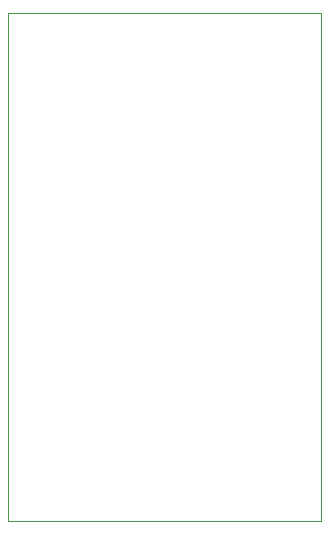
<source format=gbr>
G04 #@! TF.GenerationSoftware,KiCad,Pcbnew,5.1.5-52549c5~84~ubuntu18.04.1*
G04 #@! TF.CreationDate,2020-02-24T15:42:57+01:00*
G04 #@! TF.ProjectId,osat_wemos_board,6f736174-5f77-4656-9d6f-735f626f6172,rev?*
G04 #@! TF.SameCoordinates,Original*
G04 #@! TF.FileFunction,Profile,NP*
%FSLAX46Y46*%
G04 Gerber Fmt 4.6, Leading zero omitted, Abs format (unit mm)*
G04 Created by KiCad (PCBNEW 5.1.5-52549c5~84~ubuntu18.04.1) date 2020-02-24 15:42:57*
%MOMM*%
%LPD*%
G04 APERTURE LIST*
%ADD10C,0.050000*%
G04 APERTURE END LIST*
D10*
X103500000Y-94500000D02*
X103500000Y-51500000D01*
X130000000Y-94500000D02*
X103500000Y-94500000D01*
X130000000Y-51500000D02*
X130000000Y-94500000D01*
X103500000Y-51500000D02*
X130000000Y-51500000D01*
M02*

</source>
